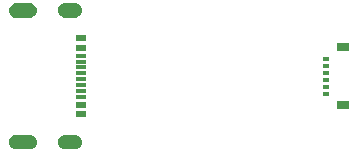
<source format=gbr>
G04*
G04 #@! TF.GenerationSoftware,Altium Limited,Altium Designer,24.8.2 (39)*
G04*
G04 Layer_Color=8421504*
%FSLAX25Y25*%
%MOIN*%
G70*
G04*
G04 #@! TF.SameCoordinates,C8608415-0D93-4E33-BC52-9C0F9C252278*
G04*
G04*
G04 #@! TF.FilePolarity,Positive*
G04*
G01*
G75*
%ADD12R,0.03543X0.02362*%
%ADD13R,0.03543X0.01181*%
%ADD14R,0.02362X0.01575*%
%ADD15R,0.04134X0.02756*%
G36*
X10649Y7971D02*
X11117Y7968D01*
X11979Y7606D01*
X12639Y6942D01*
X12996Y6077D01*
Y5141D01*
X12639Y4276D01*
X11979Y3613D01*
X11117Y3250D01*
X10649Y3247D01*
X10649Y3247D01*
X5924Y3247D01*
X5456Y3250D01*
X4594Y3613D01*
X3934Y4276D01*
X3577Y5141D01*
Y6077D01*
X3934Y6942D01*
X4594Y7606D01*
X5456Y7968D01*
X5924Y7971D01*
D01*
X10649D01*
X10649D01*
D02*
G37*
G36*
X25610Y7952D02*
X26080D01*
X26948Y7592D01*
X27612Y6928D01*
X27972Y6060D01*
Y5120D01*
X27612Y4251D01*
X26948Y3587D01*
X26080Y3227D01*
X25610D01*
D01*
X22460D01*
X21990D01*
X21122Y3587D01*
X20457Y4251D01*
X20097Y5120D01*
Y6060D01*
X20457Y6928D01*
X21122Y7592D01*
X21990Y7952D01*
X22460D01*
D01*
X25610D01*
D01*
D02*
G37*
G36*
X10649Y51869D02*
X11115Y51864D01*
X11974Y51499D01*
X12630Y50836D01*
X12984Y49973D01*
Y49040D01*
X12630Y48178D01*
X11974Y47514D01*
X11115Y47150D01*
X10649Y47145D01*
Y47145D01*
X5924Y47145D01*
X5458Y47150D01*
X4599Y47514D01*
X3943Y48178D01*
X3589Y49040D01*
Y49973D01*
X3943Y50836D01*
X4599Y51499D01*
X5458Y51864D01*
X5924Y51869D01*
X5924D01*
X10649D01*
D01*
D02*
G37*
G36*
X25610Y51889D02*
X26080D01*
X26948Y51529D01*
X27613Y50865D01*
X27972Y49996D01*
Y49057D01*
X27613Y48188D01*
X26948Y47524D01*
X26080Y47164D01*
X25610D01*
D01*
X22460D01*
X21991D01*
X21123Y47524D01*
X20458Y48188D01*
X20098Y49057D01*
Y49996D01*
X20458Y50865D01*
X21123Y51529D01*
X21991Y51889D01*
X22460D01*
D01*
X25610D01*
D01*
D02*
G37*
D12*
X27756Y14922D02*
D03*
Y18071D02*
D03*
Y37048D02*
D03*
Y40197D02*
D03*
D13*
Y34449D02*
D03*
Y32481D02*
D03*
Y30512D02*
D03*
Y28544D02*
D03*
Y26575D02*
D03*
Y24607D02*
D03*
Y22638D02*
D03*
Y20670D02*
D03*
D14*
X109498Y33465D02*
D03*
Y31102D02*
D03*
Y28741D02*
D03*
Y26378D02*
D03*
Y24015D02*
D03*
Y21654D02*
D03*
D15*
X114911Y17914D02*
D03*
Y37205D02*
D03*
M02*

</source>
